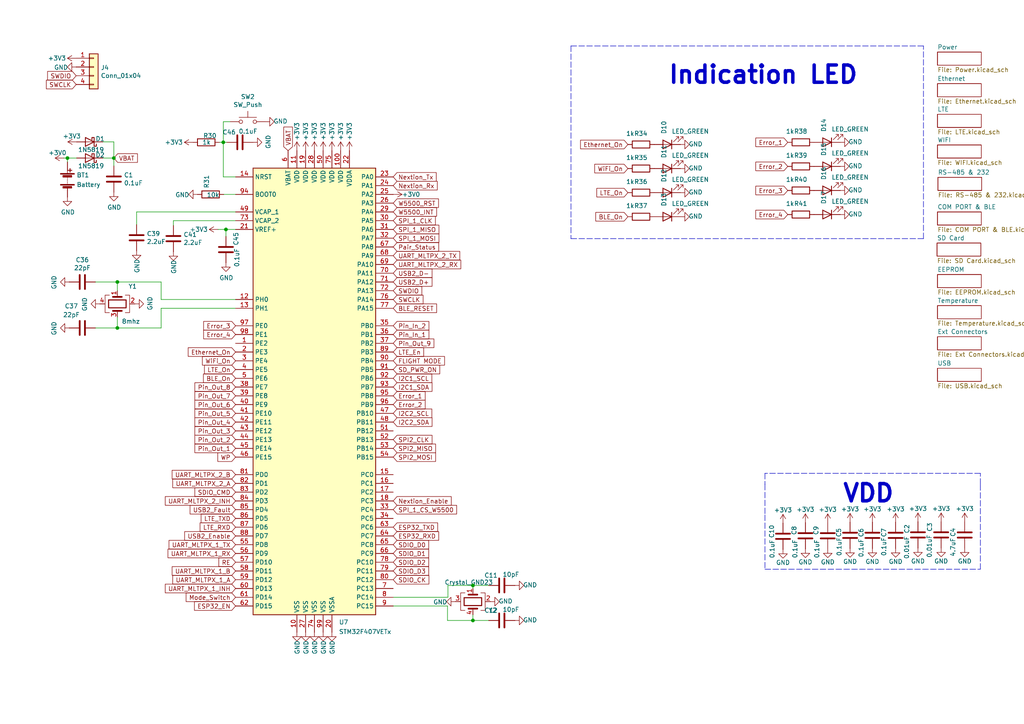
<source format=kicad_sch>
(kicad_sch (version 20211123) (generator eeschema)
  (paper "A4")
  (lib_symbols
    (symbol "Connector_Generic:Conn_01x04" (pin_names (offset 1.016) hide)
      (property "Reference" "J" (at 0 5.08 0))
      (property "Value" "Conn_01x04" (at 0 -7.62 0))
      (symbol "Conn_01x04_1_1"
        (rectangle (start -1.27 -4.953) (end 0 -5.207) (stroke (width 0.1524)))
        (rectangle (start -1.27 -2.413) (end 0 -2.667) (stroke (width 0.1524)))
        (rectangle (start -1.27 0.127) (end 0 -0.127) (stroke (width 0.1524)))
        (rectangle (start -1.27 2.667) (end 0 2.413) (stroke (width 0.1524)))
        (rectangle (start -1.27 3.81) (end 1.27 -6.35) (stroke (width 0.254)) (fill (type background)))
        (pin passive line (at -5.08 2.54 0) (length 3.81) (name "Pin_1") (number "1"))
        (pin passive line (at -5.08 0 0) (length 3.81) (name "Pin_2") (number "2"))
        (pin passive line (at -5.08 -2.54 0) (length 3.81) (name "Pin_3") (number "3"))
        (pin passive line (at -5.08 -5.08 0) (length 3.81) (name "Pin_4") (number "4"))
      )
    )
    (symbol "Device:Battery" (pin_numbers hide) (pin_names (offset 0) hide)
      (property "Reference" "BT" (at 2.54 2.54 0))
      (property "Value" "Battery" (at 2.54 0 0))
      (symbol "Battery_0_1"
        (rectangle (start -2.032 -1.397) (end 2.032 -1.651) (fill (type outline)))
        (rectangle (start -2.032 1.778) (end 2.032 1.524) (fill (type outline)))
        (rectangle (start -1.3208 -1.9812) (end 1.27 -2.4892) (fill (type outline)))
        (rectangle (start -1.3208 1.1938) (end 1.27 0.6858) (fill (type outline)))
        (polyline (pts (xy 0 -1.524) (xy 0 -1.27)))
        (polyline (pts (xy 0 -1.016) (xy 0 -0.762)))
        (polyline (pts (xy 0 -0.508) (xy 0 -0.254)))
        (polyline (pts (xy 0 0) (xy 0 0.254)))
        (polyline (pts (xy 0 0.508) (xy 0 0.762)))
        (polyline (pts (xy 0 1.778) (xy 0 2.54)))
        (polyline (pts (xy 0.254 2.667) (xy 1.27 2.667)) (stroke (width 0.254)))
        (polyline (pts (xy 0.762 3.175) (xy 0.762 2.159)) (stroke (width 0.254)))
      )
      (symbol "Battery_1_1"
        (pin passive line (at 0 5.08 270) (length 2.54) (name "+") (number "1"))
        (pin passive line (at 0 -5.08 90) (length 2.54) (name "-") (number "2"))
      )
    )
    (symbol "Device:C" (pin_numbers hide) (pin_names (offset 0.254))
      (property "Reference" "C" (at 0.635 2.54 0))
      (property "Value" "C" (at 0.635 -2.54 0))
      (symbol "C_0_1"
        (polyline (pts (xy -2.032 -0.762) (xy 2.032 -0.762)) (stroke (width 0.508)))
        (polyline (pts (xy -2.032 0.762) (xy 2.032 0.762)) (stroke (width 0.508)))
      )
      (symbol "C_1_1"
        (pin passive line (at 0 3.81 270) (length 2.794) (name "~") (number "1"))
        (pin passive line (at 0 -3.81 90) (length 2.794) (name "~") (number "2"))
      )
    )
    (symbol "Device:Crystal_GND23" (pin_names (offset 1.016) hide)
      (property "Reference" "Y" (at 3.175 5.08 0))
      (property "Value" "Crystal_GND23" (at 3.175 3.175 0))
      (symbol "Crystal_GND23_0_1"
        (rectangle (start -1.143 2.54) (end 1.143 -2.54) (stroke (width 0.3048)))
        (polyline (pts (xy -2.54 0) (xy -2.032 0)))
        (polyline (pts (xy -2.032 -1.27) (xy -2.032 1.27)) (stroke (width 0.508)))
        (polyline (pts (xy 0 -3.81) (xy 0 -3.556)))
        (polyline (pts (xy 0 3.556) (xy 0 3.81)))
        (polyline (pts (xy 2.032 -1.27) (xy 2.032 1.27)) (stroke (width 0.508)))
        (polyline (pts (xy 2.032 0) (xy 2.54 0)))
        (polyline (pts (xy -2.54 -2.286) (xy -2.54 -3.556) (xy 2.54 -3.556) (xy 2.54 -2.286)))
        (polyline (pts (xy -2.54 2.286) (xy -2.54 3.556) (xy 2.54 3.556) (xy 2.54 2.286)))
      )
      (symbol "Crystal_GND23_1_1"
        (pin passive line (at -3.81 0 0) (length 1.27) (name "1") (number "1"))
        (pin passive line (at 0 5.08 270) (length 1.27) (name "2") (number "2"))
        (pin passive line (at 0 -5.08 90) (length 1.27) (name "3") (number "3"))
        (pin passive line (at 3.81 0 180) (length 1.27) (name "4") (number "4"))
      )
    )
    (symbol "Device:Crystal_GND24" (pin_names (offset 1.016) hide)
      (property "Reference" "Y" (at 3.175 5.08 0))
      (property "Value" "Crystal_GND24" (at 3.175 3.175 0))
      (symbol "Crystal_GND24_0_1"
        (rectangle (start -1.143 2.54) (end 1.143 -2.54) (stroke (width 0.3048)))
        (polyline (pts (xy -2.54 0) (xy -2.032 0)))
        (polyline (pts (xy -2.032 -1.27) (xy -2.032 1.27)) (stroke (width 0.508)))
        (polyline (pts (xy 0 -3.81) (xy 0 -3.556)))
        (polyline (pts (xy 0 3.556) (xy 0 3.81)))
        (polyline (pts (xy 2.032 -1.27) (xy 2.032 1.27)) (stroke (width 0.508)))
        (polyline (pts (xy 2.032 0) (xy 2.54 0)))
        (polyline (pts (xy -2.54 -2.286) (xy -2.54 -3.556) (xy 2.54 -3.556) (xy 2.54 -2.286)))
        (polyline (pts (xy -2.54 2.286) (xy -2.54 3.556) (xy 2.54 3.556) (xy 2.54 2.286)))
      )
      (symbol "Crystal_GND24_1_1"
        (pin passive line (at -3.81 0 0) (length 1.27) (name "1") (number "1"))
        (pin passive line (at 0 5.08 270) (length 1.27) (name "2") (number "2"))
        (pin passive line (at 3.81 0 180) (length 1.27) (name "3") (number "3"))
        (pin passive line (at 0 -5.08 90) (length 1.27) (name "4") (number "4"))
      )
    )
    (symbol "Device:LED" (pin_numbers hide) (pin_names (offset 1.016) hide)
      (property "Reference" "D" (at 0 2.54 0))
      (property "Value" "LED" (at 0 -2.54 0))
      (symbol "LED_0_1"
        (polyline (pts (xy -1.27 -1.27) (xy -1.27 1.27)) (stroke (width 0.254)))
        (polyline (pts (xy -1.27 0) (xy 1.27 0)))
        (polyline (pts (xy 1.27 -1.27) (xy 1.27 1.27) (xy -1.27 0) (xy 1.27 -1.27)) (stroke (width 0.254)))
        (polyline (pts (xy -3.048 -0.762) (xy -4.572 -2.286) (xy -3.81 -2.286) (xy -4.572 -2.286) (xy -4.572 -1.524)))
        (polyline (pts (xy -1.778 -0.762) (xy -3.302 -2.286) (xy -2.54 -2.286) (xy -3.302 -2.286) (xy -3.302 -1.524)))
      )
      (symbol "LED_1_1"
        (pin passive line (at -3.81 0 0) (length 2.54) (name "K") (number "1"))
        (pin passive line (at 3.81 0 180) (length 2.54) (name "A") (number "2"))
      )
    )
    (symbol "Device:R" (pin_numbers hide) (pin_names (offset 0))
      (property "Reference" "R" (at 2.032 0 90))
      (property "Value" "R" (at 0 0 90))
      (symbol "R_0_1"
        (rectangle (start -1.016 -2.54) (end 1.016 2.54) (stroke (width 0.254)))
      )
      (symbol "R_1_1"
        (pin passive line (at 0 3.81 270) (length 1.27) (name "~") (number "1"))
        (pin passive line (at 0 -3.81 90) (length 1.27) (name "~") (number "2"))
      )
    )
    (symbol "Diode:1N5819" (pin_numbers hide) (pin_names (offset 1.016) hide)
      (property "Reference" "D" (at 0 2.54 0))
      (property "Value" "1N5819" (at 0 -2.54 0))
      (symbol "1N5819_0_1"
        (polyline (pts (xy 1.27 0) (xy -1.27 0)))
        (polyline (pts (xy 1.27 1.27) (xy 1.27 -1.27) (xy -1.27 0) (xy 1.27 1.27)) (stroke (width 0.254)))
        (polyline (pts (xy -1.905 0.635) (xy -1.905 1.27) (xy -1.27 1.27) (xy -1.27 -1.27) (xy -0.635 -1.27) (xy -0.635 -0.635)) (stroke (width 0.254)))
      )
      (symbol "1N5819_1_1"
        (pin passive line (at -3.81 0 0) (length 2.54) (name "K") (number "1"))
        (pin passive line (at 3.81 0 180) (length 2.54) (name "A") (number "2"))
      )
    )
    (symbol "MCU_ST_STM32F4:STM32F407VETx"
      (property "Reference" "U" (at -17.78 64.77 0))
      (property "Value" "STM32F407VETx" (at 12.7 64.77 0))
      (symbol "STM32F407VETx_0_1"
        (rectangle (start -17.78 -66.04) (end 17.78 63.5) (stroke (width 0.254)) (fill (type background)))
      )
      (symbol "STM32F407VETx_1_1"
        (pin bidirectional line (at -22.86 12.7 0) (length 5.08) (name "PE2") (number "1"))
        (pin power_in line (at -5.08 -71.12 90) (length 5.08) (name "VSS") (number "10"))
        (pin power_in line (at 7.62 68.58 270) (length 5.08) (name "VDD") (number "100"))
        (pin power_in line (at -5.08 68.58 270) (length 5.08) (name "VDD") (number "11"))
        (pin input line (at -22.86 25.4 0) (length 5.08) (name "PH0") (number "12"))
        (pin input line (at -22.86 22.86 0) (length 5.08) (name "PH1") (number "13"))
        (pin input line (at -22.86 60.96 0) (length 5.08) (name "NRST") (number "14"))
        (pin bidirectional line (at 22.86 -25.4 180) (length 5.08) (name "PC0") (number "15"))
        (pin bidirectional line (at 22.86 -27.94 180) (length 5.08) (name "PC1") (number "16"))
        (pin bidirectional line (at 22.86 -30.48 180) (length 5.08) (name "PC2") (number "17"))
        (pin bidirectional line (at 22.86 -33.02 180) (length 5.08) (name "PC3") (number "18"))
        (pin power_in line (at -2.54 68.58 270) (length 5.08) (name "VDD") (number "19"))
        (pin bidirectional line (at -22.86 10.16 0) (length 5.08) (name "PE3") (number "2"))
        (pin power_in line (at 5.08 -71.12 90) (length 5.08) (name "VSSA") (number "20"))
        (pin power_in line (at -22.86 45.72 0) (length 5.08) (name "VREF+") (number "21"))
        (pin power_in line (at 10.16 68.58 270) (length 5.08) (name "VDDA") (number "22"))
        (pin bidirectional line (at 22.86 60.96 180) (length 5.08) (name "PA0") (number "23"))
        (pin bidirectional line (at 22.86 58.42 180) (length 5.08) (name "PA1") (number "24"))
        (pin bidirectional line (at 22.86 55.88 180) (length 5.08) (name "PA2") (number "25"))
        (pin bidirectional line (at 22.86 53.34 180) (length 5.08) (name "PA3") (number "26"))
        (pin power_in line (at -2.54 -71.12 90) (length 5.08) (name "VSS") (number "27"))
        (pin power_in line (at 0 68.58 270) (length 5.08) (name "VDD") (number "28"))
        (pin bidirectional line (at 22.86 50.8 180) (length 5.08) (name "PA4") (number "29"))
        (pin bidirectional line (at -22.86 7.62 0) (length 5.08) (name "PE4") (number "3"))
        (pin bidirectional line (at 22.86 48.26 180) (length 5.08) (name "PA5") (number "30"))
        (pin bidirectional line (at 22.86 45.72 180) (length 5.08) (name "PA6") (number "31"))
        (pin bidirectional line (at 22.86 43.18 180) (length 5.08) (name "PA7") (number "32"))
        (pin bidirectional line (at 22.86 -35.56 180) (length 5.08) (name "PC4") (number "33"))
        (pin bidirectional line (at 22.86 -38.1 180) (length 5.08) (name "PC5") (number "34"))
        (pin bidirectional line (at 22.86 17.78 180) (length 5.08) (name "PB0") (number "35"))
        (pin bidirectional line (at 22.86 15.24 180) (length 5.08) (name "PB1") (number "36"))
        (pin bidirectional line (at 22.86 12.7 180) (length 5.08) (name "PB2") (number "37"))
        (pin bidirectional line (at -22.86 0 0) (length 5.08) (name "PE7") (number "38"))
        (pin bidirectional line (at -22.86 -2.54 0) (length 5.08) (name "PE8") (number "39"))
        (pin bidirectional line (at -22.86 5.08 0) (length 5.08) (name "PE5") (number "4"))
        (pin bidirectional line (at -22.86 -5.08 0) (length 5.08) (name "PE9") (number "40"))
        (pin bidirectional line (at -22.86 -7.62 0) (length 5.08) (name "PE10") (number "41"))
        (pin bidirectional line (at -22.86 -10.16 0) (length 5.08) (name "PE11") (number "42"))
        (pin bidirectional line (at -22.86 -12.7 0) (length 5.08) (name "PE12") (number "43"))
        (pin bidirectional line (at -22.86 -15.24 0) (length 5.08) (name "PE13") (number "44"))
        (pin bidirectional line (at -22.86 -17.78 0) (length 5.08) (name "PE14") (number "45"))
        (pin bidirectional line (at -22.86 -20.32 0) (length 5.08) (name "PE15") (number "46"))
        (pin bidirectional line (at 22.86 -7.62 180) (length 5.08) (name "PB10") (number "47"))
        (pin bidirectional line (at 22.86 -10.16 180) (length 5.08) (name "PB11") (number "48"))
        (pin power_in line (at -22.86 50.8 0) (length 5.08) (name "VCAP_1") (number "49"))
        (pin bidirectional line (at -22.86 2.54 0) (length 5.08) (name "PE6") (number "5"))
        (pin power_in line (at 2.54 68.58 270) (length 5.08) (name "VDD") (number "50"))
        (pin bidirectional line (at 22.86 -12.7 180) (length 5.08) (name "PB12") (number "51"))
        (pin bidirectional line (at 22.86 -15.24 180) (length 5.08) (name "PB13") (number "52"))
        (pin bidirectional line (at 22.86 -17.78 180) (length 5.08) (name "PB14") (number "53"))
        (pin bidirectional line (at 22.86 -20.32 180) (length 5.08) (name "PB15") (number "54"))
        (pin bidirectional line (at -22.86 -45.72 0) (length 5.08) (name "PD8") (number "55"))
        (pin bidirectional line (at -22.86 -48.26 0) (length 5.08) (name "PD9") (number "56"))
        (pin bidirectional line (at -22.86 -50.8 0) (length 5.08) (name "PD10") (number "57"))
        (pin bidirectional line (at -22.86 -53.34 0) (length 5.08) (name "PD11") (number "58"))
        (pin bidirectional line (at -22.86 -55.88 0) (length 5.08) (name "PD12") (number "59"))
        (pin power_in line (at -7.62 68.58 270) (length 5.08) (name "VBAT") (number "6"))
        (pin bidirectional line (at -22.86 -58.42 0) (length 5.08) (name "PD13") (number "60"))
        (pin bidirectional line (at -22.86 -60.96 0) (length 5.08) (name "PD14") (number "61"))
        (pin bidirectional line (at -22.86 -63.5 0) (length 5.08) (name "PD15") (number "62"))
        (pin bidirectional line (at 22.86 -40.64 180) (length 5.08) (name "PC6") (number "63"))
        (pin bidirectional line (at 22.86 -43.18 180) (length 5.08) (name "PC7") (number "64"))
        (pin bidirectional line (at 22.86 -45.72 180) (length 5.08) (name "PC8") (number "65"))
        (pin bidirectional line (at 22.86 -48.26 180) (length 5.08) (name "PC9") (number "66"))
        (pin bidirectional line (at 22.86 40.64 180) (length 5.08) (name "PA8") (number "67"))
        (pin bidirectional line (at 22.86 38.1 180) (length 5.08) (name "PA9") (number "68"))
        (pin bidirectional line (at 22.86 35.56 180) (length 5.08) (name "PA10") (number "69"))
        (pin bidirectional line (at 22.86 -58.42 180) (length 5.08) (name "PC13") (number "7"))
        (pin bidirectional line (at 22.86 33.02 180) (length 5.08) (name "PA11") (number "70"))
        (pin bidirectional line (at 22.86 30.48 180) (length 5.08) (name "PA12") (number "71"))
        (pin bidirectional line (at 22.86 27.94 180) (length 5.08) (name "PA13") (number "72"))
        (pin power_in line (at -22.86 48.26 0) (length 5.08) (name "VCAP_2") (number "73"))
        (pin power_in line (at 0 -71.12 90) (length 5.08) (name "VSS") (number "74"))
        (pin power_in line (at 5.08 68.58 270) (length 5.08) (name "VDD") (number "75"))
        (pin bidirectional line (at 22.86 25.4 180) (length 5.08) (name "PA14") (number "76"))
        (pin bidirectional line (at 22.86 22.86 180) (length 5.08) (name "PA15") (number "77"))
        (pin bidirectional line (at 22.86 -50.8 180) (length 5.08) (name "PC10") (number "78"))
        (pin bidirectional line (at 22.86 -53.34 180) (length 5.08) (name "PC11") (number "79"))
        (pin bidirectional line (at 22.86 -60.96 180) (length 5.08) (name "PC14") (number "8"))
        (pin bidirectional line (at 22.86 -55.88 180) (length 5.08) (name "PC12") (number "80"))
        (pin bidirectional line (at -22.86 -25.4 0) (length 5.08) (name "PD0") (number "81"))
        (pin bidirectional line (at -22.86 -27.94 0) (length 5.08) (name "PD1") (number "82"))
        (pin bidirectional line (at -22.86 -30.48 0) (length 5.08) (name "PD2") (number "83"))
        (pin bidirectional line (at -22.86 -33.02 0) (length 5.08) (name "PD3") (number "84"))
        (pin bidirectional line (at -22.86 -35.56 0) (length 5.08) (name "PD4") (number "85"))
        (pin bidirectional line (at -22.86 -38.1 0) (length 5.08) (name "PD5") (number "86"))
        (pin bidirectional line (at -22.86 -40.64 0) (length 5.08) (name "PD6") (number "87"))
        (pin bidirectional line (at -22.86 -43.18 0) (length 5.08) (name "PD7") (number "88"))
        (pin bidirectional line (at 22.86 10.16 180) (length 5.08) (name "PB3") (number "89"))
        (pin bidirectional line (at 22.86 -63.5 180) (length 5.08) (name "PC15") (number "9"))
        (pin bidirectional line (at 22.86 7.62 180) (length 5.08) (name "PB4") (number "90"))
        (pin bidirectional line (at 22.86 5.08 180) (length 5.08) (name "PB5") (number "91"))
        (pin bidirectional line (at 22.86 2.54 180) (length 5.08) (name "PB6") (number "92"))
        (pin bidirectional line (at 22.86 0 180) (length 5.08) (name "PB7") (number "93"))
        (pin input line (at -22.86 55.88 0) (length 5.08) (name "BOOT0") (number "94"))
        (pin bidirectional line (at 22.86 -2.54 180) (length 5.08) (name "PB8") (number "95"))
        (pin bidirectional line (at 22.86 -5.08 180) (length 5.08) (name "PB9") (number "96"))
        (pin bidirectional line (at -22.86 17.78 0) (length 5.08) (name "PE0") (number "97"))
        (pin bidirectional line (at -22.86 15.24 0) (length 5.08) (name "PE1") (number "98"))
        (pin power_in line (at 2.54 -71.12 90) (length 5.08) (name "VSS") (number "99"))
      )
    )
    (symbol "Switch:SW_Push" (pin_numbers hide) (pin_names (offset 1.016) hide)
      (property "Reference" "SW" (at 1.27 2.54 0))
      (property "Value" "SW_Push" (at 0 -1.524 0))
      (symbol "SW_Push_0_1"
        (circle (center -2.032 0) (radius 0.508))
        (polyline (pts (xy 0 1.27) (xy 0 3.048)))
        (polyline (pts (xy 2.54 1.27) (xy -2.54 1.27)))
        (circle (center 2.032 0) (radius 0.508))
        (pin passive line (at -5.08 0 0) (length 2.54) (name "1") (number "1"))
        (pin passive line (at 5.08 0 180) (length 2.54) (name "2") (number "2"))
      )
    )
    (symbol "power:+3.3V" (power) (pin_names (offset 0))
      (property "Value" "+3.3V" (at 0 3.556 0))
      (symbol "+3.3V_0_1"
        (polyline (pts (xy -0.762 1.27) (xy 0 2.54)))
        (polyline (pts (xy 0 0) (xy 0 2.54)))
        (polyline (pts (xy 0 2.54) (xy 0.762 1.27)))
      )
      (symbol "+3.3V_1_1"
        (pin power_in line (at 0 0 90) (length 0) hide (name "+3V3") (number "1"))
      )
    )
    (symbol "power:+3V0" (power) (pin_names (offset 0))
      (property "Value" "+3V0" (at 0 3.556 0))
      (symbol "+3V0_0_1"
        (polyline (pts (xy -0.762 1.27) (xy 0 2.54)))
        (polyline (pts (xy 0 0) (xy 0 2.54)))
        (polyline (pts (xy 0 2.54) (xy 0.762 1.27)))
      )
      (symbol "+3V0_1_1"
        (pin power_in line (at 0 0 90) (length 0) hide (name "+3V0") (number "1"))
      )
    )
    (symbol "power:GND" (power) (pin_names (offset 0))
      (property "Value" "GND" (at 0 -3.81 0))
      (symbol "GND_0_1"
        (polyline (pts (xy 0 0) (xy 0 -1.27) (xy 1.27 -1.27) (xy 0 -2.54) (xy -1.27 -1.27) (xy 0 -1.27)))
      )
      (symbol "GND_1_1"
        (pin power_in line (at 0 0 270) (length 0) hide (name "GND") (number "1"))
      )
    )
  )
  (junction (at 34.036 95.123))
  (junction (at 33.02 45.847))
  (junction (at 137.16 179.959))
  (junction (at 65.532 66.548))
  (junction (at 64.77 41.275))
  (junction (at 34.036 81.788))
  (junction (at 19.558 45.847))
  (junction (at 137.16 169.799))
  (wire (pts (xy 129.921 169.799) (xy 137.16 169.799)))
  (wire (pts (xy 129.794 179.959) (xy 137.16 179.959)))
  (wire (pts (xy 65.532 66.548) (xy 68.326 66.548)))
  (polyline (pts (xy 165.608 69.215) (xy 267.843 69.215)))
  (wire (pts (xy 39.624 61.468) (xy 39.624 65.151)))
  (wire (pts (xy 46.736 81.788) (xy 34.036 81.788)))
  (polyline (pts (xy 221.869 140.462) (xy 221.869 149.352)))
  (wire (pts (xy 29.845 41.148) (xy 33.02 41.148)))
  (wire (pts (xy 68.326 89.408) (xy 46.736 89.408)))
  (wire (pts (xy 63.627 41.275) (xy 64.77 41.275)))
  (wire (pts (xy 66.802 35.306) (xy 64.77 35.306)))
  (wire (pts (xy 46.736 89.408) (xy 46.736 95.123)))
  (wire (pts (xy 33.02 45.847) (xy 29.845 45.847)))
  (wire (pts (xy 50.292 64.008) (xy 50.292 65.405)))
  (polyline (pts (xy 221.869 165.1) (xy 284.353 165.1)))
  (wire (pts (xy 137.16 179.959) (xy 137.16 178.308)))
  (wire (pts (xy 18.542 45.847) (xy 19.558 45.847)))
  (polyline (pts (xy 165.608 13.335) (xy 165.608 69.215)))
  (wire (pts (xy 19.558 45.847) (xy 22.225 45.847)))
  (wire (pts (xy 46.736 86.868) (xy 46.736 81.788)))
  (wire (pts (xy 34.036 95.123) (xy 34.036 91.948)))
  (wire (pts (xy 64.77 51.308) (xy 64.77 41.275)))
  (wire (pts (xy 68.326 64.008) (xy 50.292 64.008)))
  (polyline (pts (xy 284.353 140.462) (xy 284.353 137.287)))
  (wire (pts (xy 68.326 61.468) (xy 39.624 61.468)))
  (wire (pts (xy 33.02 41.148) (xy 33.02 45.847)))
  (wire (pts (xy 141.732 169.799) (xy 137.16 169.799)))
  (wire (pts (xy 64.897 56.388) (xy 68.326 56.388)))
  (wire (pts (xy 34.036 81.788) (xy 34.036 84.328)))
  (wire (pts (xy 141.732 179.959) (xy 137.16 179.959)))
  (wire (pts (xy 19.558 45.847) (xy 19.558 46.99)))
  (polyline (pts (xy 221.869 149.352) (xy 221.869 165.1)))
  (wire (pts (xy 64.77 35.306) (xy 64.77 41.275)))
  (wire (pts (xy 46.736 95.123) (xy 34.036 95.123)))
  (wire (pts (xy 65.532 66.548) (xy 65.532 68.58)))
  (wire (pts (xy 114.046 175.768) (xy 129.794 175.768)))
  (polyline (pts (xy 267.843 69.215) (xy 267.843 13.335)))
  (polyline (pts (xy 221.869 137.287) (xy 221.869 140.462)))
  (wire (pts (xy 64.77 41.275) (xy 65.786 41.275)))
  (wire (pts (xy 63.246 66.548) (xy 65.532 66.548)))
  (wire (pts (xy 68.326 86.868) (xy 46.736 86.868)))
  (wire (pts (xy 27.686 81.788) (xy 34.036 81.788)))
  (polyline (pts (xy 284.353 165.1) (xy 284.353 140.462)))
  (wire (pts (xy 129.921 173.228) (xy 129.921 169.799)))
  (wire (pts (xy 137.16 169.799) (xy 137.16 170.688)))
  (wire (pts (xy 27.686 95.123) (xy 34.036 95.123)))
  (wire (pts (xy 68.326 51.308) (xy 64.77 51.308)))
  (polyline (pts (xy 267.843 13.335) (xy 165.608 13.335)))
  (wire (pts (xy 33.02 45.847) (xy 33.02 48.133)))
  (polyline (pts (xy 284.353 137.287) (xy 221.869 137.287)))
  (wire (pts (xy 114.046 173.228) (xy 129.921 173.228)))
  (wire (pts (xy 129.794 175.768) (xy 129.794 179.959)))
  (text "VDD" (at 244.094 146.177 0) (effects (font (size 5 5) (thickness 1) bold) (justify left bottom)))
  (text "Indication LED" (at 193.548 24.765 0) (effects (font (size 5.0038 5.0038) (thickness 1.0008) bold) (justify left bottom)))
  (global_label "Pin_Out_1" (shape input) (at 68.326 130.048 180) (property "Intersheet References" "${INTERSHEET_REFS}" (effects hide)))
  (global_label "SDIO_CK" (shape input) (at 114.046 168.148 0) (property "Intersheet References" "${INTERSHEET_REFS}" (effects hide)))
  (global_label "VBAT" (shape input) (at 33.02 45.847 0) (property "Intersheet References" "${INTERSHEET_REFS}" (effects hide)))
  (global_label "ESP32_EN" (shape input) (at 68.326 175.768 180) (property "Intersheet References" "${INTERSHEET_REFS}" (effects hide)))
  (global_label "SDIO_D2" (shape input) (at 114.046 163.068 0) (property "Intersheet References" "${INTERSHEET_REFS}" (effects hide)))
  (global_label "Pin_In_2" (shape input) (at 114.046 94.488 0) (property "Intersheet References" "${INTERSHEET_REFS}" (effects hide)))
  (global_label "I2C1_SDA" (shape input) (at 114.046 112.268 0) (property "Intersheet References" "${INTERSHEET_REFS}" (effects hide)))
  (global_label "LTE_RXD" (shape input) (at 68.326 152.908 180) (property "Intersheet References" "${INTERSHEET_REFS}" (effects hide)))
  (global_label "I2C2_SDA" (shape input) (at 114.046 122.428 0) (property "Intersheet References" "${INTERSHEET_REFS}" (effects hide)))
  (global_label "UART_MLTPX_2_INH" (shape input) (at 68.326 145.288 180) (property "Intersheet References" "${INTERSHEET_REFS}" (effects hide)))
  (global_label "SD_PWR_ON" (shape input) (at 114.046 107.188 0) (property "Intersheet References" "${INTERSHEET_REFS}" (effects hide)))
  (global_label "I2C1_SCL" (shape input) (at 114.046 109.728 0) (property "Intersheet References" "${INTERSHEET_REFS}" (effects hide)))
  (global_label "UART_MLTPX_1_RX" (shape input) (at 68.326 160.528 180) (property "Intersheet References" "${INTERSHEET_REFS}" (effects hide)))
  (global_label "VBAT" (shape input) (at 83.566 43.688 90) (property "Intersheet References" "${INTERSHEET_REFS}" (effects hide)))
  (global_label "SWDIO" (shape input) (at 114.046 84.328 0) (property "Intersheet References" "${INTERSHEET_REFS}" (effects hide)))
  (global_label "Pin_Out_2" (shape input) (at 68.326 127.508 180) (property "Intersheet References" "${INTERSHEET_REFS}" (effects hide)))
  (global_label "Pin_Out_6" (shape input) (at 68.326 117.348 180) (property "Intersheet References" "${INTERSHEET_REFS}" (effects hide)))
  (global_label "Pin_Out_8" (shape input) (at 68.326 112.268 180) (property "Intersheet References" "${INTERSHEET_REFS}" (effects hide)))
  (global_label "Nextion_Rx" (shape input) (at 114.046 53.848 0) (property "Intersheet References" "${INTERSHEET_REFS}" (effects hide)))
  (global_label "Pin_In_1" (shape input) (at 114.046 97.028 0) (property "Intersheet References" "${INTERSHEET_REFS}" (effects hide)))
  (global_label "Error_2" (shape input) (at 228.473 48.26 180) (property "Intersheet References" "${INTERSHEET_REFS}" (effects hide)))
  (global_label "Pair_Status" (shape input) (at 114.046 71.628 0) (property "Intersheet References" "${INTERSHEET_REFS}" (effects hide)))
  (global_label "LTE_On" (shape input) (at 182.118 55.88 180) (property "Intersheet References" "${INTERSHEET_REFS}" (effects hide)))
  (global_label "SPI2_MOSI" (shape input) (at 114.046 132.588 0) (property "Intersheet References" "${INTERSHEET_REFS}" (effects hide)))
  (global_label "SPI_1_MOSI" (shape input) (at 114.046 69.088 0) (property "Intersheet References" "${INTERSHEET_REFS}" (effects hide)))
  (global_label "Error_4" (shape input) (at 228.473 62.23 180) (property "Intersheet References" "${INTERSHEET_REFS}" (effects hide)))
  (global_label "USB2_Enable" (shape input) (at 68.326 155.448 180) (property "Intersheet References" "${INTERSHEET_REFS}" (effects hide)))
  (global_label "SWDIO" (shape input) (at 22.098 21.971 180) (property "Intersheet References" "${INTERSHEET_REFS}" (effects hide)))
  (global_label "SDIO_D3" (shape input) (at 114.046 165.608 0) (property "Intersheet References" "${INTERSHEET_REFS}" (effects hide)))
  (global_label "UART_MLTPX_2_B" (shape input) (at 68.326 137.668 180) (property "Intersheet References" "${INTERSHEET_REFS}" (effects hide)))
  (global_label "SPI_1_MISO" (shape input) (at 114.046 66.548 0) (property "Intersheet References" "${INTERSHEET_REFS}" (effects hide)))
  (global_label "W5500_RST" (shape input) (at 114.046 58.928 0) (property "Intersheet References" "${INTERSHEET_REFS}" (effects hide)))
  (global_label "Error_2" (shape input) (at 114.046 117.348 0) (property "Intersheet References" "${INTERSHEET_REFS}" (effects hide)))
  (global_label "LTE_En" (shape input) (at 114.046 102.108 0) (property "Intersheet References" "${INTERSHEET_REFS}" (effects hide)))
  (global_label "UART_MLTPX_1_B" (shape input) (at 68.326 165.608 180) (property "Intersheet References" "${INTERSHEET_REFS}" (effects hide)))
  (global_label "I2C2_SCL" (shape input) (at 114.046 119.888 0) (property "Intersheet References" "${INTERSHEET_REFS}" (effects hide)))
  (global_label "SPI_1_CLK" (shape input) (at 114.046 64.008 0) (property "Intersheet References" "${INTERSHEET_REFS}" (effects hide)))
  (global_label "SPI_1_CS_W5500" (shape input) (at 114.046 147.828 0) (property "Intersheet References" "${INTERSHEET_REFS}" (effects hide)))
  (global_label "LTE_On" (shape input) (at 68.326 107.188 180) (property "Intersheet References" "${INTERSHEET_REFS}" (effects hide)))
  (global_label "FLIGHT MODE" (shape input) (at 114.046 104.648 0) (property "Intersheet References" "${INTERSHEET_REFS}" (effects hide)))
  (global_label "Error_3" (shape input) (at 68.326 94.488 180) (property "Intersheet References" "${INTERSHEET_REFS}" (effects hide)))
  (global_label "UART_MLTPX_1_INH" (shape input) (at 68.326 170.688 180) (property "Intersheet References" "${INTERSHEET_REFS}" (effects hide)))
  (global_label "Ethernet_On" (shape input) (at 68.326 102.108 180) (property "Intersheet References" "${INTERSHEET_REFS}" (effects hide)))
  (global_label "Error_1" (shape input) (at 228.473 41.275 180) (property "Intersheet References" "${INTERSHEET_REFS}" (effects hide)))
  (global_label "ESP32_RXD" (shape input) (at 114.046 155.448 0) (property "Intersheet References" "${INTERSHEET_REFS}" (effects hide)))
  (global_label "BLE_On" (shape input) (at 68.326 109.728 180) (property "Intersheet References" "${INTERSHEET_REFS}" (effects hide)))
  (global_label "Pin_Out_3" (shape input) (at 68.326 124.968 180) (property "Intersheet References" "${INTERSHEET_REFS}" (effects hide)))
  (global_label "Nextion_Enable" (shape input) (at 114.046 145.288 0) (property "Intersheet References" "${INTERSHEET_REFS}" (effects hide)))
  (global_label "Error_1" (shape input) (at 114.046 114.808 0) (property "Intersheet References" "${INTERSHEET_REFS}" (effects hide)))
  (global_label "UART_MLTPX_2_A" (shape input) (at 68.326 140.208 180) (property "Intersheet References" "${INTERSHEET_REFS}" (effects hide)))
  (global_label "UART_MLTPX_2_TX" (shape input) (at 114.046 74.168 0) (property "Intersheet References" "${INTERSHEET_REFS}" (effects hide)))
  (global_label "UART_MLTPX_2_RX" (shape input) (at 114.046 76.708 0) (property "Intersheet References" "${INTERSHEET_REFS}" (effects hide)))
  (global_label "Error_3" (shape input) (at 228.473 55.245 180) (property "Intersheet References" "${INTERSHEET_REFS}" (effects hide)))
  (global_label "Pin_Out_4" (shape input) (at 68.326 122.428 180) (property "Intersheet References" "${INTERSHEET_REFS}" (effects hide)))
  (global_label "SPI2_CLK" (shape input) (at 114.046 127.508 0) (property "Intersheet References" "${INTERSHEET_REFS}" (effects hide)))
  (global_label "BLE_RESET" (shape input) (at 114.046 89.408 0) (property "Intersheet References" "${INTERSHEET_REFS}" (effects hide)))
  (global_label "ESP32_TXD" (shape input) (at 114.046 152.908 0) (property "Intersheet References" "${INTERSHEET_REFS}" (effects hide)))
  (global_label "USB2_D-" (shape input) (at 114.046 79.248 0) (property "Intersheet References" "${INTERSHEET_REFS}" (effects hide)))
  (global_label "Pin_Out_5" (shape input) (at 68.326 119.888 180) (property "Intersheet References" "${INTERSHEET_REFS}" (effects hide)))
  (global_label "SDIO_D1" (shape input) (at 114.046 160.528 0) (property "Intersheet References" "${INTERSHEET_REFS}" (effects hide)))
  (global_label "RE" (shape input) (at 68.326 163.068 180) (property "Intersheet References" "${INTERSHEET_REFS}" (effects hide)))
  (global_label "WiFi_On" (shape input) (at 68.326 104.648 180) (property "Intersheet References" "${INTERSHEET_REFS}" (effects hide)))
  (global_label "Nextion_Tx" (shape input) (at 114.046 51.308 0) (property "Intersheet References" "${INTERSHEET_REFS}" (effects hide)))
  (global_label "Ethernet_On" (shape input) (at 182.118 41.91 180) (property "Intersheet References" "${INTERSHEET_REFS}" (effects hide)))
  (global_label "Pin_Out_9" (shape input) (at 114.046 99.568 0) (property "Intersheet References" "${INTERSHEET_REFS}" (effects hide)))
  (global_label "SWCLK" (shape input) (at 114.046 86.868 0) (property "Intersheet References" "${INTERSHEET_REFS}" (effects hide)))
  (global_label "UART_MLTPX_1_A" (shape input) (at 68.326 168.148 180) (property "Intersheet References" "${INTERSHEET_REFS}" (effects hide)))
  (global_label "SPI2_MISO" (shape input) (at 114.046 130.048 0) (property "Intersheet References" "${INTERSHEET_REFS}" (effects hide)))
  (global_label "Error_4" (shape input) (at 68.326 97.028 180) (property "Intersheet References" "${INTERSHEET_REFS}" (effects hide)))
  (global_label "UART_MLTPX_1_TX" (shape input) (at 68.326 157.988 180) (property "Intersheet References" "${INTERSHEET_REFS}" (effects hide)))
  (global_label "SDIO_CMD" (shape input) (at 68.326 142.748 180) (property "Intersheet References" "${INTERSHEET_REFS}" (effects hide)))
  (global_label "LTE_TXD" (shape input) (at 68.326 150.368 180) (property "Intersheet References" "${INTERSHEET_REFS}" (effects hide)))
  (global_label "W5500_INT" (shape input) (at 114.046 61.468 0) (property "Intersheet References" "${INTERSHEET_REFS}" (effects hide)))
  (global_label "USB2_D+" (shape input) (at 114.046 81.788 0) (property "Intersheet References" "${INTERSHEET_REFS}" (effects hide)))
  (global_label "SWCLK" (shape input) (at 22.098 24.511 180) (property "Intersheet References" "${INTERSHEET_REFS}" (effects hide)))
  (global_label "BLE_On" (shape input) (at 182.118 62.865 180) (property "Intersheet References" "${INTERSHEET_REFS}" (effects hide)))
  (global_label "WP" (shape input) (at 68.326 132.588 180) (property "Intersheet References" "${INTERSHEET_REFS}" (effects hide)))
  (global_label "Pin_Out_7" (shape input) (at 68.326 114.808 180) (property "Intersheet References" "${INTERSHEET_REFS}" (effects hide)))
  (global_label "USB2_Fault" (shape input) (at 68.326 147.828 180) (property "Intersheet References" "${INTERSHEET_REFS}" (effects hide)))
  (global_label "SDIO_D0" (shape input) (at 114.046 157.988 0) (property "Intersheet References" "${INTERSHEET_REFS}" (effects hide)))
  (global_label "WiFi_On" (shape input) (at 182.118 48.895 180) (property "Intersheet References" "${INTERSHEET_REFS}" (effects hide)))
  (global_label "Mode_Switch" (shape input) (at 68.326 173.228 180) (property "Intersheet References" "${INTERSHEET_REFS}" (effects hide)))
  (symbol (lib_id "Device:R") (at 185.928 41.91 90) (unit 1)
    (property "Reference" "R34" (at 187.833 38.735 90) (effects (justify left)))
    (property "Value" "1k" (at 184.023 38.735 90) (effects (justify left)))
    (property "Footprint" "Resistor_SMD:R_0603_1608Metric" (effects hide))
  )
  (symbol (lib_id "Device:LED") (at 193.548 41.91 180) (unit 1)
    (property "Reference" "D10" (at 192.5574 38.9128 90) (effects (justify right)))
    (property "Value" "LED_GREEN" (at 194.818 38.1 0) (effects (justify right)))
    (property "Footprint" "LED_SMD:LED_0603_1608Metric" (effects hide))
  )
  (symbol (lib_id "power:GND") (at 197.358 41.91 90) (unit 1)
    (property "Reference" "#PWR0130" (effects hide))
    (property "Value" "GND" (at 201.7522 41.783 90))
  )
  (symbol (lib_id "Device:R") (at 185.928 48.895 90) (unit 1)
    (property "Reference" "R35" (at 187.833 45.72 90) (effects (justify left)))
    (property "Value" "1k" (at 184.023 45.72 90) (effects (justify left)))
    (property "Footprint" "Resistor_SMD:R_0603_1608Metric" (effects hide))
  )
  (symbol (lib_id "Device:LED") (at 193.548 48.895 180) (unit 1)
    (property "Reference" "D11" (at 192.5574 45.8978 90) (effects (justify right)))
    (property "Value" "LED_GREEN" (at 194.818 45.085 0) (effects (justify right)))
    (property "Footprint" "LED_SMD:LED_0603_1608Metric" (effects hide))
  )
  (symbol (lib_id "power:GND") (at 197.358 48.895 90) (unit 1)
    (property "Reference" "#PWR0131" (effects hide))
    (property "Value" "GND" (at 201.7522 48.768 90))
  )
  (symbol (lib_id "Device:R") (at 185.928 55.88 90) (unit 1)
    (property "Reference" "R36" (at 187.833 52.705 90) (effects (justify left)))
    (property "Value" "1k" (at 184.023 52.705 90) (effects (justify left)))
    (property "Footprint" "Resistor_SMD:R_0603_1608Metric" (effects hide))
  )
  (symbol (lib_id "Device:LED") (at 193.548 55.88 180) (unit 1)
    (property "Reference" "D12" (at 192.5574 52.8828 90) (effects (justify right)))
    (property "Value" "LED_GREEN" (at 194.818 52.07 0) (effects (justify right)))
    (property "Footprint" "LED_SMD:LED_0603_1608Metric" (effects hide))
  )
  (symbol (lib_id "power:GND") (at 197.358 55.88 90) (unit 1)
    (property "Reference" "#PWR0132" (effects hide))
    (property "Value" "GND" (at 201.7522 55.753 90))
  )
  (symbol (lib_id "Device:R") (at 185.928 62.865 90) (unit 1)
    (property "Reference" "R37" (at 187.833 59.69 90) (effects (justify left)))
    (property "Value" "1k" (at 184.023 59.69 90) (effects (justify left)))
    (property "Footprint" "Resistor_SMD:R_0603_1608Metric" (effects hide))
  )
  (symbol (lib_id "Device:LED") (at 193.548 62.865 180) (unit 1)
    (property "Reference" "D13" (at 192.5574 59.8678 90) (effects (justify right)))
    (property "Value" "LED_GREEN" (at 194.818 59.055 0) (effects (justify right)))
    (property "Footprint" "LED_SMD:LED_0603_1608Metric" (effects hide))
  )
  (symbol (lib_id "power:GND") (at 197.358 62.865 90) (unit 1)
    (property "Reference" "#PWR0133" (effects hide))
    (property "Value" "GND" (at 201.7522 62.738 90))
  )
  (symbol (lib_id "Device:R") (at 232.283 41.275 90) (unit 1)
    (property "Reference" "R38" (at 234.188 38.1 90) (effects (justify left)))
    (property "Value" "1k" (at 230.378 38.1 90) (effects (justify left)))
    (property "Footprint" "Resistor_SMD:R_0603_1608Metric" (effects hide))
  )
  (symbol (lib_id "Device:LED") (at 239.903 41.275 180) (unit 1)
    (property "Reference" "D14" (at 238.9124 38.2778 90) (effects (justify right)))
    (property "Value" "LED_GREEN" (at 241.173 37.465 0) (effects (justify right)))
    (property "Footprint" "LED_SMD:LED_0603_1608Metric" (effects hide))
  )
  (symbol (lib_id "power:GND") (at 243.713 41.275 90) (unit 1)
    (property "Reference" "#PWR0144" (effects hide))
    (property "Value" "GND" (at 248.1072 41.148 90))
  )
  (symbol (lib_id "Device:R") (at 232.283 48.26 90) (unit 1)
    (property "Reference" "R39" (at 234.188 45.085 90) (effects (justify left)))
    (property "Value" "1k" (at 230.378 45.085 90) (effects (justify left)))
    (property "Footprint" "Resistor_SMD:R_0603_1608Metric" (effects hide))
  )
  (symbol (lib_id "Device:LED") (at 239.903 48.26 180) (unit 1)
    (property "Reference" "D15" (at 238.9124 45.2628 90) (effects (justify right)))
    (property "Value" "LED_GREEN" (at 241.173 44.45 0) (effects (justify right)))
    (property "Footprint" "LED_SMD:LED_0603_1608Metric" (effects hide))
  )
  (symbol (lib_id "power:GND") (at 243.713 48.26 90) (unit 1)
    (property "Reference" "#PWR0145" (effects hide))
    (property "Value" "GND" (at 248.1072 48.133 90))
  )
  (symbol (lib_id "Device:R") (at 232.283 55.245 90) (unit 1)
    (property "Reference" "R40" (at 234.188 52.07 90) (effects (justify left)))
    (property "Value" "1k" (at 230.378 52.07 90) (effects (justify left)))
    (property "Footprint" "Resistor_SMD:R_0603_1608Metric" (effects hide))
  )
  (symbol (lib_id "Device:LED") (at 239.903 55.245 180) (unit 1)
    (property "Reference" "D16" (at 238.9124 52.2478 90) (effects (justify right)))
    (property "Value" "LED_GREEN" (at 241.173 51.435 0) (effects (justify right)))
    (property "Footprint" "LED_SMD:LED_0603_1608Metric" (effects hide))
  )
  (symbol (lib_id "power:GND") (at 243.713 55.245 90) (unit 1)
    (property "Reference" "#PWR0146" (effects hide))
    (property "Value" "GND" (at 248.1072 55.118 90))
  )
  (symbol (lib_id "Device:R") (at 232.283 62.23 90) (unit 1)
    (property "Reference" "R41" (at 234.188 59.055 90) (effects (justify left)))
    (property "Value" "1k" (at 230.378 59.055 90) (effects (justify left)))
    (property "Footprint" "Resistor_SMD:R_0603_1608Metric" (effects hide))
  )
  (symbol (lib_id "Device:LED") (at 239.903 62.23 180) (unit 1)
    (property "Reference" "D17" (at 238.9124 59.2328 90) (effects (justify right)))
    (property "Value" "LED_GREEN" (at 241.173 58.42 0) (effects (justify right)))
    (property "Footprint" "LED_SMD:LED_0603_1608Metric" (effects hide))
  )
  (symbol (lib_id "power:GND") (at 243.713 62.23 90) (unit 1)
    (property "Reference" "#PWR0147" (effects hide))
    (property "Value" "GND" (at 248.1072 62.103 90))
  )
  (symbol (lib_id "Device:C") (at 259.7658 155.2702 180) (unit 1)
    (property "Reference" "C7" (at 256.3622 154.4828 90))
    (property "Value" "0.1uF" (at 256.3622 158.5468 90))
    (property "Footprint" "Capacitor_SMD:C_0603_1608Metric" (effects hide))
  )
  (symbol (lib_id "Device:C") (at 266.2428 155.1432 180) (unit 1)
    (property "Reference" "C2" (at 263.0424 153.3906 90))
    (property "Value" "0.01uF" (at 262.9662 158.8008 90))
    (property "Footprint" "Capacitor_SMD:C_0603_1608Metric" (effects hide))
  )
  (symbol (lib_id "power:+3.3V") (at 86.106 43.688 0) (unit 1)
    (property "Reference" "#PWR0108" (effects hide))
    (property "Value" "+3.3V" (at 86.106 38.1 90))
  )
  (symbol (lib_id "power:+3.3V") (at 227.1014 151.7396 0) (unit 1)
    (property "Reference" "#PWR0140" (effects hide))
    (property "Value" "+3.3V" (at 227.1014 147.9296 0))
  )
  (symbol (lib_id "power:GND") (at 88.646 183.388 0) (unit 1)
    (property "Reference" "#PWR0111" (effects hide))
    (property "Value" "GND" (at 88.773 187.7822 90))
  )
  (symbol (lib_id "Device:C") (at 272.9738 155.1432 180) (unit 1)
    (property "Reference" "C3" (at 269.6464 152.8826 90))
    (property "Value" "0.01uF" (at 269.5702 158.4198 90))
    (property "Footprint" "Capacitor_SMD:C_0603_1608Metric" (effects hide))
  )
  (symbol (lib_id "power:GND") (at 19.558 57.15 0) (unit 1)
    (property "Reference" "#PWR0123" (effects hide))
    (property "Value" "GND" (at 19.685 61.5442 0))
  )
  (symbol (lib_id "power:+3.3V") (at 266.2428 151.3332 0) (unit 1)
    (property "Reference" "#PWR0143" (effects hide))
    (property "Value" "+3.3V" (at 266.2428 147.5232 0))
  )
  (symbol (lib_id "power:+3.3V") (at 101.346 43.688 0) (unit 1)
    (property "Reference" "#PWR0122" (effects hide))
    (property "Value" "+3.3V" (at 101.346 38.1 90))
  )
  (symbol (lib_id "power:GND") (at 142.24 174.498 90) (unit 1)
    (property "Reference" "#PWR0102" (effects hide))
    (property "Value" "GND" (at 146.6342 174.371 90))
  )
  (symbol (lib_id "power:+3.3V") (at 98.806 43.688 0) (unit 1)
    (property "Reference" "#PWR0120" (effects hide))
    (property "Value" "+3.3V" (at 98.806 38.1 90))
  )
  (symbol (lib_id "Device:Battery") (at 19.558 52.07 0) (unit 1)
    (property "Reference" "BT1" (at 22.225 50.7805 0) (effects (justify left)))
    (property "Value" "Battery" (at 22.225 53.5556 0) (effects (justify left)))
    (property "Footprint" "Footprint:CR2032_Holder_Vertical" (effects hide))
  )
  (symbol (lib_id "power:GND") (at 132.08 174.498 270) (unit 1)
    (property "Reference" "#PWR0107" (effects hide))
    (property "Value" "GND" (at 127.6858 174.625 90))
  )
  (symbol (lib_id "power:GND") (at 39.116 88.138 90) (unit 1)
    (property "Reference" "#PWR089" (effects hide))
    (property "Value" "GND" (at 43.5102 88.011 0))
  )
  (symbol (lib_id "Device:C") (at 227.1014 155.5496 180) (unit 1)
    (property "Reference" "C10" (at 223.8248 154.1272 90))
    (property "Value" "0.1uF" (at 223.9518 159.2072 90))
    (property "Footprint" "Capacitor_SMD:C_0603_1608Metric" (effects hide))
  )
  (symbol (lib_id "MCU_ST_STM32F4:STM32F407VETx") (at 91.186 112.268 0) (unit 1)
    (property "Reference" "U7" (at 98.2854 180.4575 0) (effects (justify left)))
    (property "Value" "STM32F407VETx" (at 98.2854 183.2326 0) (effects (justify left)))
    (property "Footprint" "Package_QFP:LQFP-100_14x14mm_P0.5mm" (effects hide))
    (property "Datasheet" "http://www.st.com/st-web-ui/static/active/en/resource/technical/document/datasheet/DM00037051.pdf" (effects hide))
  )
  (symbol (lib_id "Diode:1N5819") (at 26.035 45.847 180) (unit 1)
    (property "Reference" "D2" (at 27.686 44.958 0) (effects (justify right)))
    (property "Value" "1N5819" (at 22.606 48.133 0) (effects (justify right)))
    (property "Footprint" "Footprint:SOD-323" (effects hide))
    (property "Datasheet" "http://www.vishay.com/docs/88525/1n5817.pdf" (effects hide))
  )
  (symbol (lib_id "power:+3.3V") (at 93.726 43.688 0) (unit 1)
    (property "Reference" "#PWR0114" (effects hide))
    (property "Value" "+3.3V" (at 93.726 38.1 90))
  )
  (symbol (lib_id "power:+3.3V") (at 272.9738 151.3332 0) (unit 1)
    (property "Reference" "#PWR0127" (effects hide))
    (property "Value" "+3.3V" (at 272.9738 147.5232 0))
  )
  (symbol (lib_id "Device:R") (at 61.087 56.388 90) (unit 1)
    (property "Reference" "R31" (at 59.9186 54.61 0) (effects (justify left)))
    (property "Value" "10k" (at 63.627 56.515 90) (effects (justify left)))
    (property "Footprint" "Resistor_SMD:R_0603_1608Metric" (effects hide))
  )
  (symbol (lib_id "power:GND") (at 33.02 55.753 0) (unit 1)
    (property "Reference" "#PWR0121" (effects hide))
    (property "Value" "GND" (at 33.147 60.1472 0))
  )
  (symbol (lib_id "Device:Crystal_GND23") (at 137.16 174.498 270) (unit 1)
    (property "Reference" "Y2" (at 144.145 177.038 90) (effects (justify right)))
    (property "Value" "Crystal_GND23" (at 143.002 168.91 90) (effects (justify right)))
    (property "Footprint" "Crystal:Crystal_SMD_SeikoEpson_MC306-4Pin_8.0x3.2mm" (effects hide))
  )
  (symbol (lib_id "power:GND") (at 259.7658 159.0802 0) (unit 1)
    (property "Reference" "#PWR0142" (effects hide))
    (property "Value" "GND" (at 259.7658 162.8902 0))
  )
  (symbol (lib_id "power:GND") (at 149.352 169.799 90) (unit 1)
    (property "Reference" "#PWR0105" (effects hide))
    (property "Value" "GND" (at 153.7462 169.672 90))
  )
  (symbol (lib_id "power:GND") (at 20.066 81.788 270) (unit 1)
    (property "Reference" "#PWR085" (effects hide))
    (property "Value" "GND" (at 15.6718 81.915 0))
  )
  (symbol (lib_id "power:GND") (at 39.624 72.771 0) (unit 1)
    (property "Reference" "#PWR090" (effects hide))
    (property "Value" "GND" (at 39.751 77.1652 90))
  )
  (symbol (lib_id "Device:C") (at 39.624 68.961 0) (unit 1)
    (property "Reference" "C39" (at 42.545 67.7926 0) (effects (justify left)))
    (property "Value" "2.2uF" (at 42.545 70.104 0) (effects (justify left)))
    (property "Footprint" "Capacitor_SMD:C_0805_2012Metric" (effects hide))
  )
  (symbol (lib_id "power:+3.3V") (at 246.5578 151.4602 0) (unit 1)
    (property "Reference" "#PWR0151" (effects hide))
    (property "Value" "+3.3V" (at 246.5578 147.6502 0))
  )
  (symbol (lib_id "power:GND") (at 91.186 183.388 0) (unit 1)
    (property "Reference" "#PWR0113" (effects hide))
    (property "Value" "GND" (at 91.313 187.7822 90))
  )
  (symbol (lib_id "Device:R") (at 59.817 41.275 270) (unit 1)
    (property "Reference" "R30" (at 58.928 39.37 90) (effects (justify left)))
    (property "Value" "1k" (at 58.674 41.275 90) (effects (justify left)))
    (property "Footprint" "Resistor_SMD:R_0603_1608Metric" (effects hide))
  )
  (symbol (lib_id "power:GND") (at 253.0348 159.0802 0) (unit 1)
    (property "Reference" "#PWR0124" (effects hide))
    (property "Value" "GND" (at 253.0348 162.8902 0))
  )
  (symbol (lib_id "power:GND") (at 96.266 183.388 0) (unit 1)
    (property "Reference" "#PWR0117" (effects hide))
    (property "Value" "GND" (at 96.393 187.7822 90))
  )
  (symbol (lib_id "Device:C") (at 50.292 69.215 0) (unit 1)
    (property "Reference" "C41" (at 53.213 68.0466 0) (effects (justify left)))
    (property "Value" "2.2uF" (at 53.213 70.358 0) (effects (justify left)))
    (property "Footprint" "Capacitor_SMD:C_0805_2012Metric" (effects hide))
  )
  (symbol (lib_id "power:+3.3V") (at 63.246 66.548 90) (unit 1)
    (property "Reference" "#PWR0100" (effects hide))
    (property "Value" "+3.3V" (at 57.658 66.548 90))
  )
  (symbol (lib_id "Switch:SW_Push") (at 71.882 35.306 0) (unit 1)
    (property "Reference" "SW2" (at 71.882 28.067 0))
    (property "Value" "SW_Push" (at 71.882 30.3784 0))
    (property "Footprint" "Button_Switch_SMD:SW_SPST_CK_RS282G05A3" (effects hide))
  )
  (symbol (lib_id "Device:Crystal_GND24") (at 34.036 88.138 270) (unit 1)
    (property "Reference" "Y1" (at 37.211 83.058 90) (effects (justify left)))
    (property "Value" "8mhz" (at 35.306 93.218 90) (effects (justify left)))
    (property "Footprint" "Footprint:Crystal_smd_3225" (effects hide))
  )
  (symbol (lib_id "power:+3.3V") (at 233.6038 151.5872 0) (unit 1)
    (property "Reference" "#PWR0141" (effects hide))
    (property "Value" "+3.3V" (at 233.6038 147.7772 0))
  )
  (symbol (lib_id "power:GND") (at 73.406 41.275 90) (unit 1)
    (property "Reference" "#PWR0103" (effects hide))
    (property "Value" "GND" (at 77.8002 41.148 0))
  )
  (symbol (lib_id "power:+3.3V") (at 91.186 43.688 0) (unit 1)
    (property "Reference" "#PWR0112" (effects hide))
    (property "Value" "+3.3V" (at 91.186 38.1 90))
  )
  (symbol (lib_id "power:GND") (at 227.1014 159.3596 0) (unit 1)
    (property "Reference" "#PWR0139" (effects hide))
    (property "Value" "GND" (at 227.1014 163.1696 0))
  )
  (symbol (lib_id "Device:C") (at 23.876 95.123 90) (unit 1)
    (property "Reference" "C37" (at 20.701 88.773 90))
    (property "Value" "22pF" (at 20.701 91.313 90))
    (property "Footprint" "Capacitor_SMD:C_0603_1608Metric" (effects hide))
  )
  (symbol (lib_id "power:GND") (at 65.532 76.2 0) (unit 1)
    (property "Reference" "#PWR0101" (effects hide))
    (property "Value" "GND" (at 65.659 80.5942 0))
  )
  (symbol (lib_id "power:GND") (at 246.5578 159.0802 0) (unit 1)
    (property "Reference" "#PWR0129" (effects hide))
    (property "Value" "GND" (at 246.5578 162.8902 0))
  )
  (symbol (lib_id "Device:C") (at 33.02 51.943 0) (unit 1)
    (property "Reference" "C1" (at 35.941 50.7746 0) (effects (justify left)))
    (property "Value" "0.1uF" (at 35.941 53.086 0) (effects (justify left)))
    (property "Footprint" "Capacitor_SMD:C_0603_1608Metric" (effects hide))
  )
  (symbol (lib_id "power:+3.3V") (at 253.0348 151.4602 0) (unit 1)
    (property "Reference" "#PWR0125" (effects hide))
    (property "Value" "+3.3V" (at 253.0348 147.6502 0))
  )
  (symbol (lib_id "power:GND") (at 233.6038 159.2072 0) (unit 1)
    (property "Reference" "#PWR0135" (effects hide))
    (property "Value" "GND" (at 233.6038 163.0172 0))
  )
  (symbol (lib_id "power:GND") (at 20.066 95.123 270) (unit 1)
    (property "Reference" "#PWR086" (effects hide))
    (property "Value" "GND" (at 15.6718 95.25 0))
  )
  (symbol (lib_id "Device:C") (at 65.532 72.39 0) (unit 1)
    (property "Reference" "C45" (at 68.453 71.2216 90) (effects (justify left)))
    (property "Value" "0.1uF" (at 68.707 77.47 90) (effects (justify left)))
    (property "Footprint" "Capacitor_SMD:C_0603_1608Metric" (effects hide))
  )
  (symbol (lib_id "power:GND") (at 240.0808 159.2072 0) (unit 1)
    (property "Reference" "#PWR0138" (effects hide))
    (property "Value" "GND" (at 240.0808 163.0172 0))
  )
  (symbol (lib_id "power:+3.3V") (at 56.007 41.275 90) (unit 1)
    (property "Reference" "#PWR096" (effects hide))
    (property "Value" "+3.3V" (at 50.419 41.275 90))
  )
  (symbol (lib_id "power:+3V0") (at 18.542 45.847 90) (unit 1)
    (property "Reference" "#PWR0119" (effects hide))
    (property "Value" "+3V0" (at 19.304 44.323 90) (effects (justify left)))
  )
  (symbol (lib_id "Device:C") (at 240.0808 155.3972 180) (unit 1)
    (property "Reference" "C9" (at 236.6772 153.8478 90))
    (property "Value" "0.1uF" (at 236.9312 159.1818 90))
    (property "Footprint" "Capacitor_SMD:C_0603_1608Metric" (effects hide))
  )
  (symbol (lib_id "power:+3.3V") (at 22.225 41.148 90) (unit 1)
    (property "Reference" "#PWR0118" (effects hide))
    (property "Value" "+3.3V" (at 20.828 39.497 90))
  )
  (symbol (lib_id "Diode:1N5819") (at 26.035 41.148 180) (unit 1)
    (property "Reference" "D1" (at 27.686 40.259 0) (effects (justify right)))
    (property "Value" "1N5819" (at 22.606 43.434 0) (effects (justify right)))
    (property "Footprint" "Footprint:SOD-323" (effects hide))
    (property "Datasheet" "http://www.vishay.com/docs/88525/1n5817.pdf" (effects hide))
  )
  (symbol (lib_id "Device:C") (at 145.542 169.799 90) (unit 1)
    (property "Reference" "C11" (at 144.3736 166.878 90) (effects (justify left)))
    (property "Value" "10pF" (at 150.622 166.624 90) (effects (justify left)))
    (property "Footprint" "Capacitor_SMD:C_0603_1608Metric" (effects hide))
  )
  (symbol (lib_id "power:GND") (at 149.352 179.959 90) (unit 1)
    (property "Reference" "#PWR0106" (effects hide))
    (property "Value" "GND" (at 153.7462 179.832 90))
  )
  (symbol (lib_id "power:GND") (at 22.098 19.431 270) (unit 1)
    (property "Reference" "#PWR0137" (effects hide))
    (property "Value" "GND" (at 17.7038 19.558 90))
  )
  (symbol (lib_id "power:GND") (at 57.277 56.388 270) (unit 1)
    (property "Reference" "#PWR097" (effects hide))
    (property "Value" "GND" (at 52.8828 56.515 90))
  )
  (symbol (lib_id "power:+3.3V") (at 96.266 43.688 0) (unit 1)
    (property "Reference" "#PWR0116" (effects hide))
    (property "Value" "+3.3V" (at 96.266 38.1 90))
  )
  (symbol (lib_id "power:+3.3V") (at 240.0808 151.5872 0) (unit 1)
    (property "Reference" "#PWR0150" (effects hide))
    (property "Value" "+3.3V" (at 240.0808 147.7772 0))
  )
  (symbol (lib_id "power:GND") (at 50.292 73.025 0) (unit 1)
    (property "Reference" "#PWR095" (effects hide))
    (property "Value" "GND" (at 50.419 77.4192 90))
  )
  (symbol (lib_id "power:+3.3V") (at 259.7658 151.4602 0) (unit 1)
    (property "Reference" "#PWR0149" (effects hide))
    (property "Value" "+3.3V" (at 259.7658 147.6502 0))
  )
  (symbol (lib_id "Device:C") (at 253.0348 155.2702 180) (unit 1)
    (property "Reference" "C6" (at 249.7582 154.4828 90))
    (property "Value" "0.1uF" (at 249.7582 158.9278 90))
    (property "Footprint" "Capacitor_SMD:C_0603_1608Metric" (effects hide))
  )
  (symbol (lib_id "power:GND") (at 28.956 88.138 270) (unit 1)
    (property "Reference" "#PWR087" (effects hide))
    (property "Value" "GND" (at 24.5618 88.265 0))
  )
  (symbol (lib_id "power:+3V0") (at 114.046 56.388 270) (unit 1)
    (property "Reference" "#PWR0291" (effects hide))
    (property "Value" "+3V0" (at 116.586 56.388 90) (effects (justify left)))
  )
  (symbol (lib_id "Device:C") (at 279.8064 155.1686 180) (unit 1)
    (property "Reference" "C4" (at 276.4028 154.3812 90))
    (property "Value" "4.7uF" (at 276.4028 158.6992 90))
    (property "Footprint" "Capacitor_SMD:C_0805_2012Metric" (effects hide))
  )
  (symbol (lib_id "power:+3.3V") (at 279.8064 151.3586 0) (unit 1)
    (property "Reference" "#PWR0134" (effects hide))
    (property "Value" "+3.3V" (at 279.8064 147.5486 0))
  )
  (symbol (lib_id "power:GND") (at 93.726 183.388 0) (unit 1)
    (property "Reference" "#PWR0115" (effects hide))
    (property "Value" "GND" (at 93.853 187.7822 90))
  )
  (symbol (lib_id "Device:C") (at 246.5578 155.2702 180) (unit 1)
    (property "Reference" "C5" (at 243.2812 154.4828 90))
    (property "Value" "0.1uF" (at 243.4082 158.5468 90))
    (property "Footprint" "Capacitor_SMD:C_0603_1608Metric" (effects hide))
  )
  (symbol (lib_id "Connector_Generic:Conn_01x04") (at 27.178 19.431 0) (unit 1)
    (property "Reference" "J4" (at 29.21 19.6342 0) (effects (justify left)))
    (property "Value" "Conn_01x04" (at 29.21 21.9456 0) (effects (justify left)))
    (property "Footprint" "Connector_PinHeader_1.27mm:PinHeader_1x04_P1.27mm_Vertical" (effects hide))
  )
  (symbol (lib_id "Device:C") (at 23.876 81.788 90) (unit 1)
    (property "Reference" "C36" (at 23.876 75.3872 90))
    (property "Value" "22pF" (at 23.876 77.6986 90))
    (property "Footprint" "Capacitor_SMD:C_0603_1608Metric" (effects hide))
  )
  (symbol (lib_id "power:GND") (at 76.962 35.306 90) (unit 1)
    (property "Reference" "#PWR0104" (effects hide))
    (property "Value" "GND" (at 81.3562 35.179 90))
  )
  (symbol (lib_id "power:GND") (at 272.9738 158.9532 0) (unit 1)
    (property "Reference" "#PWR0128" (effects hide))
    (property "Value" "GND" (at 272.9738 162.7632 0))
  )
  (symbol (lib_id "power:GND") (at 279.8064 158.9786 0) (unit 1)
    (property "Reference" "#PWR0126" (effects hide))
    (property "Value" "GND" (at 279.8064 162.7886 0))
  )
  (symbol (lib_id "power:+3.3V") (at 88.646 43.688 0) (unit 1)
    (property "Reference" "#PWR0110" (effects hide))
    (property "Value" "+3.3V" (at 88.646 38.1 90))
  )
  (symbol (lib_id "Device:C") (at 233.6038 155.3972 180) (unit 1)
    (property "Reference" "C8" (at 230.3272 153.8478 90))
    (property "Value" "0.1uF" (at 230.5812 159.1818 90))
    (property "Footprint" "Capacitor_SMD:C_0603_1608Metric" (effects hide))
  )
  (symbol (lib_id "power:GND") (at 86.106 183.388 0) (unit 1)
    (property "Reference" "#PWR0109" (effects hide))
    (property "Value" "GND" (at 86.233 187.7822 90))
  )
  (symbol (lib_id "Device:C") (at 145.542 179.959 90) (unit 1)
    (property "Reference" "C12" (at 144.3736 177.038 90) (effects (justify left)))
    (property "Value" "10pF" (at 150.622 176.784 90) (effects (justify left)))
    (property "Footprint" "Capacitor_SMD:C_0603_1608Metric" (effects hide))
  )
  (symbol (lib_id "power:+3.3V") (at 22.098 16.891 90) (unit 1)
    (property "Reference" "#PWR0136" (effects hide))
    (property "Value" "+3.3V" (at 16.51 16.891 90))
  )
  (symbol (lib_id "power:GND") (at 266.2428 158.9532 0) (unit 1)
    (property "Reference" "#PWR0148" (effects hide))
    (property "Value" "GND" (at 266.2428 162.7632 0))
  )
  (symbol (lib_id "Device:C") (at 69.596 41.275 90) (unit 1)
    (property "Reference" "C46" (at 68.4276 38.354 90) (effects (justify left)))
    (property "Value" "0.1uF" (at 74.676 38.1 90) (effects (justify left)))
    (property "Footprint" "Capacitor_SMD:C_0603_1608Metric" (effects hide))
  )
  (sheet (at 271.907 33.147) (size 12.7 3.81) (stroke (width 0.1524))
    (property "Sheet name" "LTE" (at 271.907 32.4354 0) (effects (justify left bottom)))
    (property "Sheet file" "LTE.kicad_sch" (at 271.907 37.5416 0) (effects (justify left top)))
  )
  (sheet (at 271.907 61.468) (size 12.7 3.81) (stroke (width 0.1524))
    (property "Sheet name" "COM PORT & BLE" (at 271.907 60.7564 0) (effects (justify left bottom)))
    (property "Sheet file" "COM PORT & BLE.kicad_sch" (at 271.907 65.8626 0) (effects (justify left top)))
  )
  (sheet (at 271.78 70.485) (size 12.7 3.81) (stroke (width 0.1524))
    (property "Sheet name" "SD Card" (at 271.78 69.7734 0) (effects (justify left bottom)))
    (property "Sheet file" "SD Card.kicad_sch" (at 271.78 74.8796 0) (effects (justify left top)))
  )
  (sheet (at 271.907 24.257) (size 12.7 3.81) (stroke (width 0.1524))
    (property "Sheet name" "Ethernet" (at 271.907 23.5454 0) (effects (justify left bottom)))
    (property "Sheet file" "Ethernet.kicad_sch" (at 271.907 28.6516 0) (effects (justify left top)))
  )
  (sheet (at 271.907 79.629) (size 12.7 3.81) (stroke (width 0.1524))
    (property "Sheet name" "EEPROM" (at 271.907 78.9174 0) (effects (justify left bottom)))
    (property "Sheet file" "EEPROM.kicad_sch" (at 271.907 84.0236 0) (effects (justify left top)))
  )
  (sheet (at 272.034 51.435) (size 12.7 3.81) (stroke (width 0.1524))
    (property "Sheet name" "RS-485 & 232" (at 272.034 50.7234 0) (effects (justify left bottom)))
    (property "Sheet file" "RS-485 & 232.kicad_sch" (at 272.034 55.8296 0) (effects (justify left top)))
  )
  (sheet (at 271.907 106.807) (size 12.7 3.81) (stroke (width 0.1524))
    (property "Sheet name" "USB" (at 271.907 106.0954 0) (effects (justify left bottom)))
    (property "Sheet file" "USB.kicad_sch" (at 271.907 111.2016 0) (effects (justify left top)))
  )
  (sheet (at 271.907 88.646) (size 12.7 3.81) (stroke (width 0.1524))
    (property "Sheet name" "Temperature" (at 271.907 87.9344 0) (effects (justify left bottom)))
    (property "Sheet file" "Temperature.kicad_sch" (at 271.907 93.0406 0) (effects (justify left top)))
  )
  (sheet (at 271.907 42.037) (size 12.7 3.81) (stroke (width 0.1524))
    (property "Sheet name" "WIFI" (at 271.907 41.3254 0) (effects (justify left bottom)))
    (property "Sheet file" "WIFI.kicad_sch" (at 271.907 46.4316 0) (effects (justify left top)))
  )
  (sheet (at 271.907 15.113) (size 12.7 3.81) (stroke (width 0.1524))
    (property "Sheet name" "Power" (at 271.907 14.4014 0) (effects (justify left bottom)))
    (property "Sheet file" "Power.kicad_sch" (at 271.907 19.5076 0) (effects (justify left top)))
  )
  (sheet (at 271.907 97.663) (size 12.7 3.81) (stroke (width 0.1524))
    (property "Sheet name" "Ext Connectors" (at 271.907 96.9514 0) (effects (justify left bottom)))
    (property "Sheet file" "Ext Connectors.kicad_sch" (at 271.907 102.0576 0) (effects (justify left top)))
  )
)
</source>
